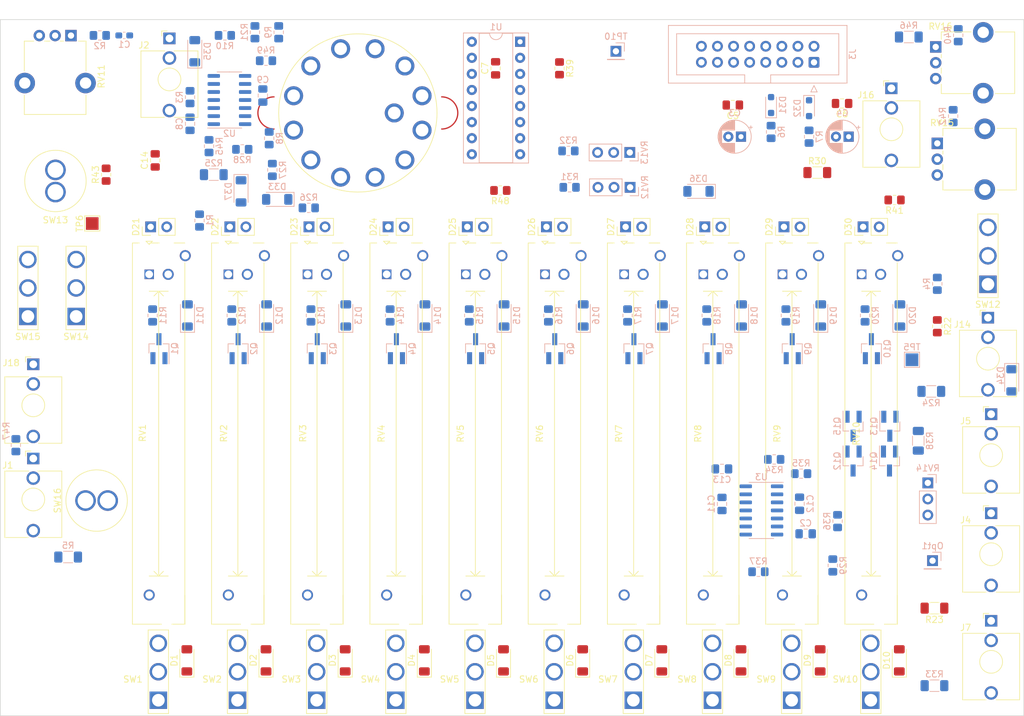
<source format=kicad_pcb>
(kicad_pcb (version 20221018) (generator pcbnew)

  (general
    (thickness 1.6)
  )

  (paper "A4")
  (title_block
    (title "Unseen Servant (Baby 10 Seq)")
  )

  (layers
    (0 "F.Cu" signal)
    (31 "B.Cu" signal)
    (32 "B.Adhes" user "B.Adhesive")
    (33 "F.Adhes" user "F.Adhesive")
    (34 "B.Paste" user)
    (35 "F.Paste" user)
    (36 "B.SilkS" user "B.Silkscreen")
    (37 "F.SilkS" user "F.Silkscreen")
    (38 "B.Mask" user)
    (39 "F.Mask" user)
    (40 "Dwgs.User" user "User.Drawings")
    (41 "Cmts.User" user "User.Comments")
    (42 "Eco1.User" user "User.Eco1")
    (43 "Eco2.User" user "User.Eco2")
    (44 "Edge.Cuts" user)
    (45 "Margin" user)
    (46 "B.CrtYd" user "B.Courtyard")
    (47 "F.CrtYd" user "F.Courtyard")
    (48 "B.Fab" user)
    (49 "F.Fab" user)
    (50 "User.1" user)
    (51 "User.2" user)
    (52 "User.3" user)
    (53 "User.4" user)
    (54 "User.5" user)
    (55 "User.6" user)
    (56 "User.7" user)
    (57 "User.8" user)
    (58 "User.9" user)
  )

  (setup
    (stackup
      (layer "F.SilkS" (type "Top Silk Screen"))
      (layer "F.Paste" (type "Top Solder Paste"))
      (layer "F.Mask" (type "Top Solder Mask") (thickness 0.01))
      (layer "F.Cu" (type "copper") (thickness 0.035))
      (layer "dielectric 1" (type "core") (thickness 1.51) (material "FR4") (epsilon_r 4.5) (loss_tangent 0.02))
      (layer "B.Cu" (type "copper") (thickness 0.035))
      (layer "B.Mask" (type "Bottom Solder Mask") (thickness 0.01))
      (layer "B.Paste" (type "Bottom Solder Paste"))
      (layer "B.SilkS" (type "Bottom Silk Screen"))
      (copper_finish "None")
      (dielectric_constraints no)
    )
    (pad_to_mask_clearance 0)
    (pcbplotparams
      (layerselection 0x00010fc_ffffffff)
      (plot_on_all_layers_selection 0x0000000_00000000)
      (disableapertmacros false)
      (usegerberextensions false)
      (usegerberattributes true)
      (usegerberadvancedattributes true)
      (creategerberjobfile true)
      (dashed_line_dash_ratio 12.000000)
      (dashed_line_gap_ratio 3.000000)
      (svgprecision 6)
      (plotframeref false)
      (viasonmask false)
      (mode 1)
      (useauxorigin false)
      (hpglpennumber 1)
      (hpglpenspeed 20)
      (hpglpendiameter 15.000000)
      (dxfpolygonmode true)
      (dxfimperialunits true)
      (dxfusepcbnewfont true)
      (psnegative false)
      (psa4output false)
      (plotreference true)
      (plotvalue true)
      (plotinvisibletext false)
      (sketchpadsonfab false)
      (subtractmaskfromsilk false)
      (outputformat 1)
      (mirror false)
      (drillshape 0)
      (scaleselection 1)
      (outputdirectory "./")
    )
  )

  (net 0 "")
  (net 1 "Net-(U2C--)")
  (net 2 "-12V")
  (net 3 "Net-(D1-K)")
  (net 4 "Net-(D1-A)")
  (net 5 "Net-(D2-K)")
  (net 6 "Net-(D2-A)")
  (net 7 "Net-(D3-K)")
  (net 8 "Net-(D3-A)")
  (net 9 "Net-(D4-K)")
  (net 10 "Net-(D4-A)")
  (net 11 "Net-(D5-K)")
  (net 12 "Net-(D5-A)")
  (net 13 "Net-(D6-K)")
  (net 14 "Net-(D6-A)")
  (net 15 "Net-(D7-K)")
  (net 16 "Net-(D7-A)")
  (net 17 "Net-(D8-K)")
  (net 18 "Net-(D8-A)")
  (net 19 "Net-(D9-K)")
  (net 20 "Net-(D9-A)")
  (net 21 "Net-(D10-K)")
  (net 22 "Net-(D10-A)")
  (net 23 "Net-(D11-A)")
  (net 24 "Net-(D12-A)")
  (net 25 "Net-(D13-A)")
  (net 26 "Net-(D14-A)")
  (net 27 "Net-(D15-A)")
  (net 28 "Net-(D16-A)")
  (net 29 "Net-(D17-A)")
  (net 30 "Net-(D18-A)")
  (net 31 "Net-(D19-A)")
  (net 32 "Net-(D20-A)")
  (net 33 "Net-(D21-K)")
  (net 34 "Net-(D21-A)")
  (net 35 "Net-(D22-K)")
  (net 36 "Net-(D23-K)")
  (net 37 "Net-(D24-K)")
  (net 38 "Net-(D25-K)")
  (net 39 "Net-(D27-K)")
  (net 40 "Net-(D28-K)")
  (net 41 "Net-(R2-Pad1)")
  (net 42 "Net-(D29-K)")
  (net 43 "Net-(D30-K)")
  (net 44 "Net-(D31-K)")
  (net 45 "Net-(D32-K)")
  (net 46 "Net-(D33-K)")
  (net 47 "Net-(R31-Pad1)")
  (net 48 "GND")
  (net 49 "unconnected-(SW11-Pad11)")
  (net 50 "unconnected-(SW11-Pad12)")
  (net 51 "Net-(D35-K)")
  (net 52 "unconnected-(J3-Pin_11-Pad11)")
  (net 53 "unconnected-(J3-Pin_12-Pad12)")
  (net 54 "unconnected-(J3-Pin_13-Pad13)")
  (net 55 "unconnected-(J3-Pin_14-Pad14)")
  (net 56 "Net-(Q1-B)")
  (net 57 "Net-(R25-Pad2)")
  (net 58 "Net-(R32-Pad1)")
  (net 59 "Net-(Q2-B)")
  (net 60 "Net-(C2-Pad1)")
  (net 61 "Net-(Q3-B)")
  (net 62 "Net-(D26-K)")
  (net 63 "Net-(Q4-B)")
  (net 64 "Net-(D31-A)")
  (net 65 "Net-(Q5-B)")
  (net 66 "Net-(D32-A)")
  (net 67 "Net-(Q6-B)")
  (net 68 "Net-(Q7-B)")
  (net 69 "Net-(D35-A)")
  (net 70 "Net-(Q8-B)")
  (net 71 "Net-(D36-A)")
  (net 72 "Net-(Q9-B)")
  (net 73 "Net-(D37-A)")
  (net 74 "Net-(Q10-B)")
  (net 75 "Net-(Q12-C)")
  (net 76 "Net-(U2A--)")
  (net 77 "Net-(U2B--)")
  (net 78 "Net-(SW12-A)")
  (net 79 "Net-(U2D--)")
  (net 80 "unconnected-(U1-Cout-Pad12)")
  (net 81 "Net-(SW14-B)")
  (net 82 "Net-(U3A-+)")
  (net 83 "RESET_IN")
  (net 84 "CLK_IN")
  (net 85 "Net-(D11-K)")
  (net 86 "Net-(D37-K)")
  (net 87 "Net-(U2B-+)")
  (net 88 "Net-(SW1-A)")
  (net 89 "GATE_OUT")
  (net 90 "Net-(U1-Reset)")
  (net 91 "CLK_OUT")
  (net 92 "CASC_OUT")
  (net 93 "Net-(R43-Pad1)")
  (net 94 "CV_OUT")
  (net 95 "Net-(U3B-+)")
  (net 96 "Net-(SW12-C)")
  (net 97 "CLK_IN_N")
  (net 98 "Net-(U3A--)")
  (net 99 "unconnected-(J1-PadTN)")
  (net 100 "Net-(Q12-B)")
  (net 101 "Net-(Q12-E)")
  (net 102 "Net-(Q13-B)")
  (net 103 "Net-(Q14-B)")
  (net 104 "SEQ_LV")
  (net 105 "Net-(U3B--)")
  (net 106 "+12V")
  (net 107 "Net-(R37-Pad2)")
  (net 108 "Net-(R40-Pad2)")
  (net 109 "Net-(R41-Pad1)")
  (net 110 "Net-(J3-Pin_15)")
  (net 111 "unconnected-(J4-PadTN)")
  (net 112 "unconnected-(J5-PadTN)")
  (net 113 "unconnected-(J7-PadTN)")
  (net 114 "Net-(D34-K)")
  (net 115 "Net-(SW14-A)")
  (net 116 "CASC_NORM")
  (net 117 "Net-(J16-PadT)")

  (footprint "SynthMages:Mini SPDT (3 pin)" (layer "F.Cu") (at 46 121.05 180))

  (footprint "Capacitor_SMD:C_0805_2012Metric_Pad1.18x1.45mm_HandSolder" (layer "F.Cu") (at 45.5 35.75 90))

  (footprint "SynthMages:Mini SPDT (3 pin)" (layer "F.Cu") (at 146 121.05 180))

  (footprint "SynthMages:SLIDE_POT_0547" (layer "F.Cu") (at 83.553 78.921374 -90))

  (footprint "Diode_SMD:D_MiniMELF" (layer "F.Cu") (at 88 114.75 90))

  (footprint "SynthMages:SLIDE_POT_0547" (layer "F.Cu") (at 46.053 78.921374 -90))

  (footprint "Diode_SMD:D_MiniMELF" (layer "F.Cu") (at 138 114.75 90))

  (footprint "SynthMages:Mini SPDT (3 pin)" (layer "F.Cu") (at 58.5 121.05 180))

  (footprint "Connector_PinHeader_2.54mm:PinHeader_1x02_P2.54mm_Vertical" (layer "F.Cu") (at 69.783 46.25 90))

  (footprint "Connector_Audio:Jack_3.5mm_QingPu_WQP-PJ398SM_Vertical_CircularHoles" (layer "F.Cu") (at 26.25 82.85))

  (footprint "Diode_SMD:D_MiniMELF" (layer "F.Cu") (at 100.5 114.75 90))

  (footprint "TestPoint:TestPoint_Pad_2.0x2.0mm" (layer "F.Cu") (at 35.56 45.72 90))

  (footprint "Potentiometer_THT:Potentiometer_Alpha_RD901F-40-00D_Single_Vertical_CircularHoles" (layer "F.Cu") (at 32.2 16.025 -90))

  (footprint "Resistor_SMD:R_0805_2012Metric_Pad1.20x1.40mm_HandSolder" (layer "F.Cu") (at 109.343 21.2 -90))

  (footprint "Connector_PinHeader_2.54mm:PinHeader_1x02_P2.54mm_Vertical" (layer "F.Cu") (at 82.283 46.25 90))

  (footprint "SynthMages:SLIDE_POT_0547" (layer "F.Cu") (at 108.553 78.921374 -90))

  (footprint "Connector_PinHeader_2.54mm:PinHeader_1x02_P2.54mm_Vertical" (layer "F.Cu") (at 107.283 46.25 90))

  (footprint "SynthMages:SLIDE_POT_0547" (layer "F.Cu") (at 58.553 78.921374 -90))

  (footprint "Connector_Audio:Jack_3.5mm_QingPu_WQP-PJ398SM_Vertical_CircularHoles" (layer "F.Cu") (at 47.75 16.47))

  (footprint "Connector_PinHeader_2.54mm:PinHeader_1x02_P2.54mm_Vertical" (layer "F.Cu") (at 157.283 46.25 90))

  (footprint "SynthMages:Mini SPDT (3 pin)" (layer "F.Cu") (at 83.5 121.05 180))

  (footprint "Diode_SMD:D_MiniMELF" (layer "F.Cu") (at 150.5 114.75 90))

  (footprint "Diode_SMD:D_MiniMELF" (layer "F.Cu") (at 113 114.75 90))

  (footprint "SynthMages:SLIDE_POT_0547" (layer "F.Cu") (at 133.553 78.921374 -90))

  (footprint "Diode_SMD:D_MiniMELF" (layer "F.Cu") (at 50.5 114.75 90))

  (footprint "Connector_Audio:Jack_3.5mm_QingPu_WQP-PJ398SM_Vertical_CircularHoles" (layer "F.Cu") (at 177 60.6))

  (footprint "Connector_PinHeader_2.54mm:PinHeader_1x02_P2.54mm_Vertical" (layer "F.Cu") (at 144.783 46.25 90))

  (footprint "Capacitor_SMD:C_0805_2012Metric_Pad1.18x1.45mm_HandSolder" (layer "F.Cu") (at 99.25 21.2 90))

  (footprint "Potentiometer_THT:Potentiometer_Alpha_RD901F-40-00D_Single_Vertical_CircularHoles" (layer "F.Cu") (at 169 33.06))

  (footprint "Connector_PinHeader_2.54mm:PinHeader_1x02_P2.54mm_Vertical" (layer "F.Cu") (at 94.783 46.25 90))

  (footprint "Diode_SMD:D_MiniMELF" (layer "F.Cu") (at 163 114.75 90))

  (footprint "Resistor_SMD:R_0805_2012Metric_Pad1.20x1.40mm_HandSolder" (layer "F.Cu") (at 169 61.96 -90))

  (footprint "SynthMages:Pushbutton Switch (PBS105)" (layer "F.Cu") (at 36.25 89.5 90))

  (footprint "Capacitor_SMD:C_0805_2012Metric_Pad1.18x1.45mm_HandSolder" (layer "F.Cu") (at 153.9625 26.75 180))

  (footprint "Resistor_SMD:R_0805_2012Metric_Pad1.20x1.40mm_HandSolder" (layer "F.Cu") (at 162.25 42 180))

  (footprint "Potentiometer_THT:Potentiometer_Alpha_RD901F-40-00D_Single_Vertical_CircularHoles" (layer "F.Cu") (at 168.75 17.82))

  (footprint "SynthMages:Mini SPDT (3 pin)" (layer "F.Cu") (at 108.5 121.05 180))

  (footprint "Resistor_SMD:R_0805_2012Metric_Pad1.20x1.40mm_HandSolder" (layer "F.Cu") (at 100 40.5 180))

  (footprint "Resistor_SMD:R_1206_3216Metric_Pad1.30x1.75mm_HandSolder" (layer "F.Cu") (at 168.55 106.5 180))

  (footprint "Connector_PinHeader_2.54mm:PinHeader_1x02_P2.54mm_Vertical" (layer "F.Cu") (at 44.783 46.25 90))

  (footprint "SynthMages:Alpha Rotary SR2511F 12-pos" (layer "F.Cu") (at 77.5 28.25))

  (footprint "SynthMages:Mini SPDT (3 pin)" (layer "F.Cu") (at 177 55.325 180))

  (footprint "Connector_Audio:Jack_3.5mm_QingPu_WQP-PJ398SM_Vertical_CircularHoles" (layer "F.Cu") (at 161.75 24.35))

  (footprint "Connector_Audio:Jack_3.5mm_QingPu_WQP-PJ398SM_Vertical_CircularHoles" (layer "F.Cu")
    (tstamp c204be8a-8258-419f-bbdb-7cc9eff5fb4f)
    (at 177.5 108.5)
    (descr "TRS 3.5mm, vertical, Thonkiconn, PCB mount, (http://www.qingpu-electronics.com/en/products/WQP-PJ398SM-362.html)")
    (tags "WQP-PJ398SM WQP-PJ301M-12 TRS 3.5mm mono vertical jack thonkiconn qingpu")
    (property "Sheetfile" "Unseen Servant.kicad_sch")
    (property "Sheetname" "")
    (property "ki_description" "Audio Jack, 2 Poles (Mono / TS), Switched T Pole (Normalling)")
    (property "ki_keywords" "audio jack receptacle mono headphones phone TS connector")
    (path "/ce58c901-eaf7-4ea7-80d6-cc2774f56ea8")
    (attr through_hole)
    (fp_text reference "J7" (at -4.03 1.08 180) (layer "F.SilkS")
        (effects (font (size 1 1) (thickness 0.15)))
      (tstamp c4d3ce3f-7c92-45c2-b206-db4b1c12063a)
    )
    (fp_text value "CV OUT" (at 0 5 180) (layer "F.Fab")
        (effects (font (size 1 1) (thickness 0.15)))
      (tstamp 20dd176f-ca34-4b30-acbd-4ff201cfe85f)
    )
    (fp_text user "KEEPOUT" (at 0 6.48) (layer "Cmts.User")
        (effects (font (size 0.4 0.4) (thickness 0.051)))
      (tstamp 960c9259-aa87-4b32-ba33-e462d502fec6)
    )
    (fp_text user "${REFERENCE}" (at 0 8 180) (layer "F.Fab")
        (effects (font (size 1 1) (thickness 0.15)))
      (tstamp 9a3dc34
... [514080 chars truncated]
</source>
